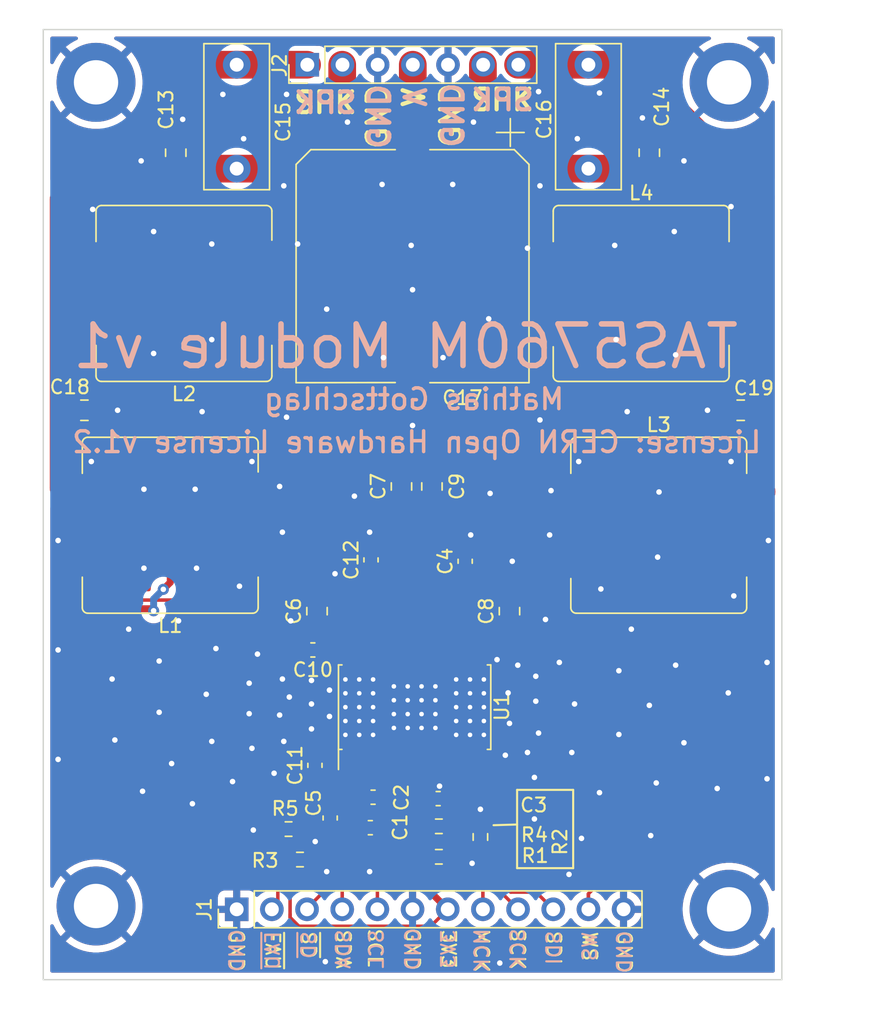
<source format=kicad_pcb>
(kicad_pcb (version 20210228) (generator pcbnew)

  (general
    (thickness 1.6)
  )

  (paper "A4")
  (title_block
    (title "TAS5760M Speaker Amplifier Modyule")
  )

  (layers
    (0 "F.Cu" signal)
    (31 "B.Cu" signal)
    (32 "B.Adhes" user "B.Adhesive")
    (33 "F.Adhes" user "F.Adhesive")
    (34 "B.Paste" user)
    (35 "F.Paste" user)
    (36 "B.SilkS" user "B.Silkscreen")
    (37 "F.SilkS" user "F.Silkscreen")
    (38 "B.Mask" user)
    (39 "F.Mask" user)
    (40 "Dwgs.User" user "User.Drawings")
    (41 "Cmts.User" user "User.Comments")
    (42 "Eco1.User" user "User.Eco1")
    (43 "Eco2.User" user "User.Eco2")
    (44 "Edge.Cuts" user)
    (45 "Margin" user)
    (46 "B.CrtYd" user "B.Courtyard")
    (47 "F.CrtYd" user "F.Courtyard")
    (48 "B.Fab" user)
    (49 "F.Fab" user)
    (50 "User.1" user)
    (51 "User.2" user)
    (52 "User.3" user)
    (53 "User.4" user)
    (54 "User.5" user)
    (55 "User.6" user)
    (56 "User.7" user)
    (57 "User.8" user)
    (58 "User.9" user)
  )

  (setup
    (stackup
      (layer "F.SilkS" (type "Top Silk Screen"))
      (layer "F.Paste" (type "Top Solder Paste"))
      (layer "F.Mask" (type "Top Solder Mask") (color "Green") (thickness 0.01))
      (layer "F.Cu" (type "copper") (thickness 0.035))
      (layer "dielectric 1" (type "core") (thickness 1.51) (material "FR4") (epsilon_r 4.5) (loss_tangent 0.02))
      (layer "B.Cu" (type "copper") (thickness 0.035))
      (layer "B.Mask" (type "Bottom Solder Mask") (color "Green") (thickness 0.01))
      (layer "B.Paste" (type "Bottom Solder Paste"))
      (layer "B.SilkS" (type "Bottom Silk Screen"))
      (copper_finish "None")
      (dielectric_constraints no)
    )
    (pad_to_mask_clearance 0)
    (pcbplotparams
      (layerselection 0x00010fc_ffffffff)
      (disableapertmacros false)
      (usegerberextensions false)
      (usegerberattributes true)
      (usegerberadvancedattributes true)
      (creategerberjobfile true)
      (svguseinch false)
      (svgprecision 6)
      (excludeedgelayer true)
      (plotframeref false)
      (viasonmask false)
      (mode 1)
      (useauxorigin false)
      (hpglpennumber 1)
      (hpglpenspeed 20)
      (hpglpendiameter 15.000000)
      (dxfpolygonmode true)
      (dxfimperialunits true)
      (dxfusepcbnewfont true)
      (psnegative false)
      (psa4output false)
      (plotreference true)
      (plotvalue true)
      (plotinvisibletext false)
      (sketchpadsonfab false)
      (subtractmaskfromsilk false)
      (outputformat 1)
      (mirror false)
      (drillshape 1)
      (scaleselection 1)
      (outputdirectory "")
    )
  )


  (net 0 "")
  (net 1 "Net-(C1-Pad1)")
  (net 2 "Net-(C1-Pad2)")
  (net 3 "Net-(C2-Pad1)")
  (net 4 "GND")
  (net 5 "+3V3")
  (net 6 "/PVDD")
  (net 7 "Net-(C10-Pad1)")
  (net 8 "Net-(C6-Pad1)")
  (net 9 "/SPK_A+")
  (net 10 "Net-(C7-Pad1)")
  (net 11 "/SPK_A-")
  (net 12 "Net-(C8-Pad1)")
  (net 13 "/SPK_B+")
  (net 14 "Net-(C9-Pad1)")
  (net 15 "/SPK_B-")
  (net 16 "Net-(C13-Pad1)")
  (net 17 "Net-(C14-Pad1)")
  (net 18 "Net-(C15-Pad1)")
  (net 19 "Net-(C16-Pad1)")
  (net 20 "/~SPK_FAULT")
  (net 21 "/~SPK_SD")
  (net 22 "/SDA")
  (net 23 "/SCL")
  (net 24 "/MCLK")
  (net 25 "/SCLK")
  (net 26 "/SDI")
  (net 27 "/WS")
  (net 28 "/ADR")
  (net 29 "Net-(R3-Pad1)")
  (net 30 "Net-(R4-Pad2)")

  (footprint "Capacitor_SMD:C_0603_1608Metric" (layer "F.Cu") (at 136.7 96.7 90))

  (footprint "Capacitor_SMD:C_0805_2012Metric" (layer "F.Cu") (at 116 85.9))

  (footprint "HackAmp-Footprints:L_Bourns_SRR1208" (layer "F.Cu") (at 122.2 94.2 180))

  (footprint "Resistor_SMD:R_0603_1608Metric" (layer "F.Cu") (at 141.6 115.93))

  (footprint "Resistor_SMD:R_0603_1608Metric" (layer "F.Cu") (at 141.6 118.13))

  (footprint "Capacitor_SMD:C_0603_1608Metric" (layer "F.Cu") (at 136.65 116.03))

  (footprint "MountingHole:MountingHole_3.2mm_M3_ISO7380_Pad" (layer "F.Cu") (at 116.84 121.68))

  (footprint "Resistor_SMD:R_0603_1608Metric" (layer "F.Cu") (at 130.745 116.13 180))

  (footprint "Capacitor_SMD:C_0603_1608Metric" (layer "F.Cu") (at 132.65 111.53 90))

  (footprint "Capacitor_SMD:C_0603_1608Metric" (layer "F.Cu") (at 132.5 103.2 180))

  (footprint "HackAmp-Footprints:L_Bourns_SRR1208" (layer "F.Cu") (at 156.21 77.47))

  (footprint "HackAmp-Footprints:L_Bourns_SRR1208" (layer "F.Cu") (at 157.48 94.2))

  (footprint "HackAmp-Footprints:CP_Elec_16x17.5_Nichicon" (layer "F.Cu") (at 139.7 75.5 -90))

  (footprint "Capacitor_SMD:C_0603_1608Metric" (layer "F.Cu") (at 143.5 96.8 90))

  (footprint "Resistor_SMD:R_0603_1608Metric" (layer "F.Cu") (at 131.57 118.33))

  (footprint "Resistor_SMD:R_0603_1608Metric" (layer "F.Cu") (at 144.6 116.7 -90))

  (footprint "Capacitor_SMD:C_0805_2012Metric" (layer "F.Cu") (at 141.1 91.4 90))

  (footprint "HackAmp-Footprints:L_Bourns_SRR1208" (layer "F.Cu") (at 123.19 77.47 180))

  (footprint "MountingHole:MountingHole_3.2mm_M3_ISO7380_Pad" (layer "F.Cu") (at 162.56 121.92))

  (footprint "Capacitor_THT:C_Rect_L10.3mm_W4.5mm_P7.50mm_MKS4" (layer "F.Cu") (at 127 60.96 -90))

  (footprint "Capacitor_SMD:C_0805_2012Metric" (layer "F.Cu") (at 132.8 100.4 90))

  (footprint "Capacitor_SMD:C_0805_2012Metric" (layer "F.Cu") (at 156.8 67.31 90))

  (footprint "MountingHole:MountingHole_3.2mm_M3_ISO7380_Pad" (layer "F.Cu") (at 116.84 62.23))

  (footprint "Capacitor_SMD:C_0603_1608Metric" (layer "F.Cu") (at 141.55 113.93 180))

  (footprint "Connector_PinHeader_2.54mm:PinHeader_1x12_P2.54mm_Vertical" (layer "F.Cu") (at 127 121.92 90))

  (footprint "Capacitor_SMD:C_0805_2012Metric" (layer "F.Cu") (at 146.7 100.4 90))

  (footprint "Capacitor_SMD:C_0603_1608Metric" (layer "F.Cu") (at 133.75 115.33 -90))

  (footprint "Capacitor_THT:C_Rect_L10.3mm_W4.5mm_P7.50mm_MKS4" (layer "F.Cu") (at 152.4 60.96 -90))

  (footprint "Capacitor_SMD:C_0805_2012Metric" (layer "F.Cu") (at 163.4 85.9 180))

  (footprint "Connector_PinHeader_2.54mm:PinHeader_1x07_P2.54mm_Vertical" (layer "F.Cu") (at 132.1 60.96 90))

  (footprint "Capacitor_SMD:C_0603_1608Metric" (layer "F.Cu") (at 136.85 113.83))

  (footprint "MountingHole:MountingHole_3.2mm_M3_ISO7380_Pad" (layer "F.Cu") (at 162.56 62.23))

  (footprint "HackAmp-Footprints:TexasInstruments_DAP32" (layer "F.Cu") (at 139.85 107.33 90))

  (footprint "Capacitor_SMD:C_0805_2012Metric" (layer "F.Cu") (at 138.9 91.4 90))

  (footprint "Capacitor_SMD:C_0805_2012Metric" (layer "F.Cu") (at 122.6 67.31 90))

  (gr_line (start 147.25 115.8) (end 145.55 115.85) (layer "F.SilkS") (width 0.15) (tstamp 08364419-396d-43ef-b2c3-4a73fde2199a))
  (gr_line (start 151.3 113.3) (end 147.25 113.3) (layer "F.SilkS") (width 0.15) (tstamp 70262297-fecd-4d68-9807-c9152ede24db))
  (gr_line (start 147.25 118.95) (end 151.3 118.95) (layer "F.SilkS") (width 0.15) (tstamp 71717714-8e25-4da9-8b61-9e6e6b64bd3c))
  (gr_line (start 147.25 113.3) (end 147.25 118.95) (layer "F.SilkS") (width 0.15) (tstamp aba04d3b-e35b-4fdb-90e3-8a6657b4320d))
  (gr_line (start 151.3 118.95) (end 151.3 113.3) (layer "F.SilkS") (width 0.15) (tstamp f805e304-02be-4039-aba6-a4fff32caf1f))
  (gr_line (start 166.37 58.42) (end 113.03 58.42) (layer "Edge.Cuts") (width 0.1) (tstamp 7064edc8-5a97-463f-a151-e85fee368ed2))
  (gr_line (start 166.37 127) (end 166.37 58.42) (layer "Edge.Cuts") (width 0.1) (tstamp 82be46f6-125e-4364-aabc-b7cd46808a7d))
  (gr_line (start 113.03 58.42) (end 113.03 127) (layer "Edge.Cuts") (width 0.1) (tstamp c3960765-73e9-4dc9-ae5a-10b547c87c01))
  (gr_line (start 113.03 127) (end 166.37 127) (layer "Edge.Cuts") (width 0.1) (tstamp c95d2855-23ee-44e2-8670-16ec16d4823a))
  (gr_text "SCL" (at 137.1 124.8 90) (layer "B.SilkS") (tstamp 169157ac-6482-4991-a033-4b9ae744fb66)
    (effects (font (size 1 1) (thickness 0.15)) (justify mirror))
  )
  (gr_text "GND" (at 142.5 64.6 -90) (layer "B.SilkS") (tstamp 16b70730-bc1b-4ba3-ab0d-b4a0868461c1)
    (effects (font (size 1.5 1.5) (thickness 0.3)) (justify mirror))
  )
  (gr_text "GND" (at 127 124.9 90) (layer "B.SilkS") (tstamp 281c893a-b5d7-4b67-b399-f991e913900e)
    (effects (font (size 1 1) (thickness 0.15)) (justify mirror))
  )
  (gr_text "MCK" (at 144.7 124.9 90) (layer "B.SilkS") (tstamp 35bfd4b2-671c-4244-a174-bc965d125157)
    (effects (font (size 1 1) (thickness 0.15)) (justify mirror))
  )
  (gr_text "SPK" (at 133.4 63.7) (layer "B.SilkS") (tstamp 3dd0d43f-3541-4893-a470-eaed167f22f2)
    (effects (font (size 1.5 1.5) (thickness 0.3)) (justify mirror))
  )
  (gr_text "WS" (at 152.5 124.6 90) (layer "B.SilkS") (tstamp 3ef19ab0-121e-4b44-81ed-7f3a9fe54e20)
    (effects (font (size 1 1) (thickness 0.15)) (justify mirror))
  )
  (gr_text "Mathias Gottschlag" (at 139.8 85.1) (layer "B.SilkS") (tstamp 6b1bfc03-62b7-4b65-bcfb-f39c33b06082)
    (effects (font (size 1.5 1.5) (thickness 0.25)) (justify mirror))
  )
  (gr_text "GND" (at 155 125 90) (layer "B.SilkS") (tstamp 756d9011-0fee-4490-bd6b-e37ff94d8e93)
    (effects (font (size 1 1) (thickness 0.15)) (justify mirror))
  )
  (gr_text "SCK" (at 147.3 124.8 90) (layer "B.SilkS") (tstamp 99de270b-6e58-4255-a1b2-3ca3f3e62c51)
    (effects (font (size 1 1) (thickness 0.15)) (justify mirror))
  )
  (gr_text "SDA" (at 134.7 124.8 90) (layer "B.SilkS") (tstamp 9cc6d6bb-9934-4abe-b012-069f2dabc2fd)
    (effects (font (size 1 1) (thickness 0.15)) (justify mirror))
  )
  (gr_text "TAS5760M Module v1" (at 139.2 81.3) (layer "B.SilkS") (tstamp afd1af13-c9aa-4133-b421-9cd10496a5f0)
    (effects (font (size 3 3) (thickness 0.4)) (justify mirror))
  )
  (gr_text "GND" (at 137.2 64.7 -90) (layer "B.SilkS") (tstamp b6e744be-a602-4a22-98ef-1d663b333440)
    (effects (font (size 1.5 1.5) (thickness 0.3)) (justify mirror))
  )
  (gr_text "SDI" (at 149.9 124.7 90) (layer "B.SilkS") (tstamp ca48deab-7189-4bab-9365-ac3b4bbb28f2)
    (effects (font (size 1 1) (thickness 0.15)) (justify mirror))
  )
  (gr_text "~SD" (at 132.2 124.5 90) (layer "B.SilkS") (tstamp caab5a7d-75ca-4783-92c1-a672fad583af)
    (effects (font (size 1 1) (thickness 0.15)) (justify mirror))
  )
  (gr_text "~FAU" (at 129.6 124.9 90) (layer "B.SilkS") (tstamp cd3a31c8-d7b9-4cad-bdaa-48ff429d0610)
    (effects (font (size 1 1) (thickness 0.15)) (justify mirror))
  )
  (gr_text "GND" (at 139.7 124.8 90) (layer "B.SilkS") (tstamp d7f6a216-7c25-4a1d-821f-b2b60da5c831)
    (effects (font (size 1 1) (thickness 0.15)) (justify mirror))
  )
  (gr_text "License: CERN Open Hardware License v1.2" (at 140 88.2) (layer "B.SilkS") (tstamp e68657ba-c1fa-4827-9503-39fd65d5b0e2)
    (effects (font (size 1.5 1.5) (thickness 0.25)) (justify mirror))
  )
  (gr_text "SPK" (at 146.2 63.5) (layer "B.SilkS") (tstamp ec5173c6-65f0-41e6-afbb-acb6b3f5b439)
    (effects (font (size 1.5 1.5) (thickness 0.3)) (justify mirror))
  )
  (gr_text "3V3" (at 142.3 124.8 90) (layer "B.SilkS") (tstamp f3ec57d8-87a8-4898-a675-0e81f1e5ab77)
    (effects (font (size 1 1) (thickness 0.15)) (justify mirror))
  )
  (gr_text "V" (at 139.8 63.3 -90) (layer "B.SilkS") (tstamp f9ce2326-b179-449b-a1fe-629feb99d54f)
    (effects (font (size 1.5 1.5) (thickness 0.3)) (justify mirror))
  )
  (gr_text "SDI" (at 149.9 124.7 -90) (layer "F.SilkS") (tstamp 007b0a51-9ad8-41cf-9a3b-34a79c00d97d)
    (effects (font (size 1 1) (thickness 0.15)))
  )
  (gr_text "3V3" (at 142.3 124.8 -90) (layer "F.SilkS") (tstamp 009d75d4-eaf7-4086-a9ae-905841778887)
    (effects (font (size 1 1) (thickness 0.15)))
  )
  (gr_text "MCK" (at 144.7 124.9 -90) (layer "F.SilkS") (tstamp 0989e9c0-d5e6-40c3-a4c6-c325dd38e3d1)
    (effects (font (size 1 1) (thickness 0.15)))
  )
  (gr_text "SPK" (at 146.2 63.5) (layer "F.SilkS") (tstamp 0e86bfb8-cebe-4cf3-9c16-0893360d709f)
    (effects (font (size 1.5 1.5) (thickness 0.3)))
  )
  (gr_text "SCK" (at 147.3 124.8 -90) (layer "F.SilkS") (tstamp 2905011a-606c-4241-86c6-50e6842ed98a)
    (effects (font (size 1 1) (thickness 0.15)))
  )
  (gr_text "~SD" (at 132.2 124.5 -90) (layer "F.SilkS") (tstamp 29057d2b-0f20-409d-bd6b-2bb4190551d0)
    (effects (font (size 1 1) (thickness 0.15)))
  )
  (gr_text "GND" (at 137.2 64.7 90) (layer "F.SilkS") (tstamp 5be1b5a0-fe14-405f-aa3f-d017c06c81a2)
    (effects (font (size 1.5 1.5) (thickness 0.3)))
  )
  (gr_text "GND" (at 139.7 124.8 -90) (layer "F.SilkS") (tstamp 69bc4a04-68a5-479d-bd9a-d1bf37e7b971)
    (effects (font (size 1 1) (thickness 0.15)))
  )
  (gr_text "WS" (at 152.5 124.6 -90) (layer "F.SilkS") (tstamp 76bfa915-fcf3-4d7f-b2fe-f6790b662f4c)
    (effects (font (size 1 1) (thickness 0.15)))
  )
  (gr_text "SPK" (at 133.4 63.7) (layer "F.SilkS") (tstamp 79457152-9f8c-45f9-99f9-230ebd61f4fd)
    (effects (font (size 1.5 1.5) (thickness 0.3)))
  )
  (gr_text "GND" (at 155 125 -90) (layer "F.SilkS") (tstamp 7c8868ca-08e3-4281-8403-c7f64453c8bf)
    (effects (font (size 1 1) (thickness 0.15)))
  )
  (gr_text "GND" (at 142.5 64.6 90) (layer "F.SilkS") (tstamp 8e360b67-01d1-4f8a-97fd-bc387b0a8b76)
    (effects (font (size 1.5 1.5) (thickness 0.3)))
  )
  (gr_text "GND" (at 127 124.9 -90) (layer "F.SilkS") (tstamp 918b6acd-1979-4d0c-be81-b967c2cbe707)
    (effects (font (size 1 1) (thickness 0.15)))
  )
  (gr_text "SDA" (at 134.7 124.8 -90) (layer "F.SilkS") (tstamp adeb3219-fb0c-47e3-b1db-c92566102c8d)
    (effects (font (size 1 1) (thickness 0.15)))
  )
  (gr_text "SCL" (at 137 124.7 -90) (layer "F.SilkS") (tstamp c22ff0a8-254d-4e6d-b527-fc61e005bebb)
    (effects (font (size 1 1) (thickness 0.15)))
  )
  (gr_text "V" (at 139.8 63.3 90) (layer "F.SilkS") (tstamp da8ac9ed-885f-410c-8f2a-33ef784e7a82)
    (effects (font (size 1.5 1.5) (thickness 0.3)))
  )
  (gr_text "~FAU" (at 129.6 124.9 -90) (layer "F.SilkS") (tstamp e9ebe192-8240-45c2-a41c-8768a5b65d17)
    (effects (font (size 1 1) (thickness 0.15)))
  )
  (dimension (type aligned) (layer "Dwgs.User") (tstamp 0d002fee-dd8e-4968-9587-0940d44e85c8)
    (pts (xy 166.37 58.42) (xy 166.37 127))
    (height -3.81)
    (gr_text "68,5800 mm" (at 169.03 92.71 90) (layer "Dwgs.User") (tstamp 0d002fee-dd8e-4968-9587-0940d44e85c8)
      (effects (font (size 1 1) (thickness 0.15)))
    )
    (format (units 3) (units_format 1) (precision 4))
    (style (thickness 0.15) (arrow_length 1.27) (text_position_mode 0) (extension_height 0.58642) (extension_offset 0.5) keep_text_aligned)
  )
  (dimension (type aligned) (layer "Dwgs.User") (tstamp e357749f-de83-45fb-8d9f-69d6a469ed58)
    (pts (xy 166.37 127) (xy 113.03 127))
    (height -2.54)
    (gr_text "53,3400 mm" (at 139.7 128.39) (layer "Dwgs.User") (tstamp e357749f-de83-45fb-8d9f-69d6a469ed58)
      (effects (font (size 1 1) (thickness 0.15)))
    )
    (format (units 3) (units_format 1) (precision 4))
    (style (thickness 0.15) (arrow_length 1.27) (text_position_mode 0) (extension_height 0.58642) (extension_offset 0.5) keep_text_aligned)
  )

  (segment (start 136.275 111.03) (end 136.275 112.247856) (width 0.25) (layer "F.Cu") (net 1) (tstamp 3f7c6530-8c77-456a-baa4-5740966f8690))
  (segment (start 135.75048 115.80548) (end 135.875 115.93) (width 0.25) (layer "F.Cu") (net 1) (tstamp 6763381d-d166-47fc-a623-d49056286b62))
  (segment (start 135.25 113.272855) (end 135.25 115.405) (width 0.25) (layer "F.Cu") (net 1) (tstamp abf95c3a-257e-4369-b073-202ed7fdc1e6))
  (segment (start 136.275 112.247856) (end 135.25 113.272855) (width 0.25) (layer "F.Cu") (net 1) (tstamp bdbd60a1-b13f-4bd1-8551-80edee2feb44))
  (segment (start 135.25 115.405) (end 135.875 116.03) (width 0.25) (layer "F.Cu") (net 1) (tstamp daa02b89-295b-4374-b744-626a31554493))
  (segment (start 137.575 111.03) (end 137.575 113.78) (width 0.25) (layer "F.Cu") (net 2) (tstamp 28a1edf9-35e2-4e56-980f-f152f816f2fc))
  (segment (start 137.625 113.83) (end 137.625 115.83) (width 0.25) (layer "F.Cu") (net 2) (tstamp 74693a85-8e45-4b94-a419-24978f4a0fd5))
  (segment (start 137.575 113.78) (end 137.625 113.83) (width 0.25) (layer "F.Cu") (net 2) (tstamp 8606e5c2-5341-4c88-8b3e-fdd5513b573b))
  (segment (start 137.625 115.83) (end 137.425 116.03) (width 0.25) (layer "F.Cu") (net 2) (tstamp 8a5528e9-0282-461e-b5b9-9d89b9d49d1e))
  (segment (start 136.925 111.03) (end 136.925 112.315) (width 0.25) (layer "F.Cu") (net 3) (tstamp 1cf6e9e1-be87-4eac-9c4b-62df40fda423))
  (segment (start 136.925 112.315) (end 136.075 113.165) (width 0.25) (layer "F.Cu") (net 3) (tstamp 3da93788-3eaf-4ae9-8db3-9186b61cdd32))
  (segment (start 136.075 113.165) (end 136.075 113.83) (width 0.25) (layer "F.Cu") (net 3) (tstamp a2188a88-bb61-4775-ae87-fec08ac6e1eb))
  (segment (start 138.225 105.705) (end 138.35 105.83) (width 0.25) (layer "F.Cu") (net 4) (tstamp 2e0e33ea-46e4-49ff-8c2e-6eadbe4c4ce8))
  (segment (start 136.7 94.8) (end 136.6 94.7) (width 0.5) (layer "F.Cu") (net 4) (tstamp 3eb73691-fda6-4f91-87a1-762e571b8555))
  (segment (start 144 118.6) (end 144 118.125) (width 0.25) (layer "F.Cu") (net 4) (tstamp 6c20835d-75c3-46c3-968e-2925de403cbd))
  (segment (start 142.325 113.705) (end 141.65 113.03) (width 0.25) (layer "F.Cu") (net 4) (tstamp 707a2c6b-59a0-4abf-abc7-4aa2f0813335))
  (segment (start 142.325 113.93) (end 142.325 113.705) (width 0.25) (layer "F.Cu") (net 4) (tstamp 7960092b-0119-4370-92d5-311d9724d026))
  (segment (start 133.75 116.105) (end 133.595 116.105) (width 0.25) (layer "F.Cu") (net 4) (tstamp 832c101c-5a5b-4668-9f04-2457ddd075da))
  (segment (start 144 118.125) (end 144.6 117.525) (width 0.25) (layer "F.Cu") (net 4) (tstamp 9085d681-86ac-4373-ac7d-c04fe8e5d32d))
  (segment (start 144.075 105.105) (end 143.85 105.33) (width 0.25) (layer "F.Cu") (net 4) (tstamp a3dc6056-0f5a-455f-9093-f73179ae44c5))
  (segment (start 143.5 95.3) (end 143.9 94.9) (width 0.5) (layer "F.Cu") (net 4) (tstamp a7d83e19-d593-4e65-9db4-a4eab4c5e981))
  (segment (start 136.725 95.925) (end 136.5 95.925) (width 0.25) (layer "F.Cu") (net 4) (tstamp aa94e390-d68d-4f8c-92e5-fa84e53cd4e7))
  (segment (start 144.075 103.63) (end 144.075 105.105) (width 0.25) (layer "F.Cu") (net 4) (tstamp b6b9b63b-ac48-43dd-acbc-c007354ab9b3))
  (segment (start 133.595 116.105) (end 132.67 117.03) (width 0.25) (layer "F.Cu") (net 4) (tstamp c2fb9efa-e998-46b4-bca3-a059373b61fd))
  (segment (start 141.475 103.63) (end 141.475 105.705) (width 0.25) (layer "F.Cu") (net 4) (tstamp ca2dafb1-1fbb-4204-8e0b-ea87a40b9a9b))
  (segment (start 136.7 95.925) (end 136.7 94.8) (width 0.5) (layer "F.Cu") (net 4) (tstamp cc1fc5b7-8a17-4652-851b-a4d9bfe3f9ab))
  (segment (start 143.5 96.025) (end 143.5 95.3) (width 0.5) (layer "F.Cu") (net 4) (tstamp d8c7ba21-25f2-4969-a2e6-1af712fbdd7b))
  (segment (start 138.225 103.63) (end 138.225 105.705) (width 0.25) (layer "F.Cu") (net 4) (tstamp de376fea-49d6-4ab6-bb24-ff4a59afcfe9))
  (segment (start 135.625 105.105) (end 135.85 105.33) (width 0.25) (layer "F.Cu") (net 4) (tstamp e4cfef8d-5de9-4fe3-bd79-fcab99ca85ef))
  (segment (start 135.625 103.63) (end 135.625 105.105) (width 0.25) (layer "F.Cu") (net 4) (tstamp e7fd353b-5e0f-47cd-a3b9-64e06f7dfc67))
  (segment (start 141.475 105.705) (end 141.35 105.83) (width 0.25) (layer "F.Cu") (net 4) (tstamp f9e389ad-776f-4d14-854a-07e1c2d146f4))
  (via (at 120.2 113.4) (size 0.8) (drill 0.4) (layers "F.Cu" "B.Cu") (free) (net 4) (tstamp 061c612f-c7b8-4bcb-8fc7-c662623fb569))
  (via (at 137.5 69.6) (size 0.8) (drill 0.4) (layers "F.Cu" "B.Cu") (free) (net 4) (tstamp 065fd3e5-9b8e-42a7-a2cd-9e1a5411d0d1))
  (via (at 161 85.9) (size 0.8) (drill 0.4) (layers "F.Cu" "B.Cu") (free) (net 4) (tstamp 073e0f73-472f-4ca5-86b9-db22bd9423af))
  (via (at 127.9 107.8) (size 0.8) (drill 0.4) (layers "F.Cu" "B.Cu") (free) (net 4) (tstamp 0db0e43d-7f88-4d90-a604-08cb6c149e25))
  (via (at 128.2 116.2) (size 0.8) (drill 0.4) (layers "F.Cu" "B.Cu") (free) (net 4) (tstamp 10464083-bf2b-4827-822f-6119de9e9bcd))
  (via (at 136.6 94.7) (size 0.8) (drill 0.4) (layers "F.Cu" "B.Cu") (free) (net 4) (tstamp 12962ae7-0a49-46de-9c0e-09aeac838f68))
  (via (at 132.4 108.9) (size 0.8) (drill 0.4) (layers "F.Cu" "B.Cu") (free) (net 4) (tstamp 1548c393-7172-44b5-bcd9-c93ec6e9dde4))
  (via (at 114.1 103.2) (size 0.8) (drill 0.4) (layers "F.Cu" "B.Cu") (free) (net 4) (tstamp 16206d78-0e03-4742-9a8d-ee8488e6a942))
  (via (at 129.7 112.1) (size 0.8) (drill 0.4) (layers "F.Cu" "B.Cu") (free) (net 4) (tstamp 1b2bfea1-18d4-4f41-93c1-ad59ab7de92d))
  (via (at 120.1 67.9) (size 0.8) (drill 0.4) (layers "F.Cu" "B.Cu") (free) (net 4) (tstamp 2128368f-0803-4257-90a4-f36063b799a7))
  (via (at 148.5 112.4) (size 0.8) (drill 0.4) (layers "F.Cu" "B.Cu") (free) (net 4) (tstamp 228a04fd-3eb3-4698-8703-22344b062670))
  (via (at 116.6 71.4) (size 0.8) (drill 0.4) (layers "F.Cu" "B.Cu") (free) (net 4) (tstamp 254c499b-6814-4912-b92b-523180fa3004))
  (via (at 121 81.8) (size 0.8) (drill 0.4) (layers "F.Cu" "B.Cu") (free) (net 4) (tstamp 26a00eec-33c4-40c5-abd3-3007b6ce58fa))
  (via (at 151.7 89.6) (size 0.8) (drill 0.4) (layers "F.Cu" "B.Cu") (free) (net 4) (tstamp 2777c26b-2b93-4c98-8ecc-051698da5f3b))
  (via (at 118.4 85.9) (size 0.8) (drill 0.4) (layers "F.Cu" "B.Cu") (free) (net 4) (tstamp 2839a7c5-786d-4d23-a2f8-fea65140f884))
  (via (at 156.3 64.8) (size 0.8) (drill 0.4) (layers "F.Cu" "B.Cu") (free) (net 4) (tstamp 2936600a-2bf7-4b9a-887c-38cc76a3b3e0))
  (via (at 154.4 80.8) (size 0.8) (drill 0.4) (layers "F.Cu" "B.Cu") (free) (net 4) (tstamp 2cfd440e-0fac-40f3-9178-695d68bc2416))
  (via (at 155.2 86) (size 0.8) (drill 0.4) (layers "F.Cu" "B.Cu") (free) (net 4) (tstamp 2e4ad2c8-4036-4859-8d49-387c691d20e7))
  (via (at 114.1 95.3) (size 0.8) (drill 0.4) (layers "F.Cu" "B.Cu") (free) (net 4) (tstamp 2f8454f5-804f-491f-a36f-d63b9e057024))
  (via (at 122.8 101.1) (size 0.8) (drill 0.4) (layers "F.Cu" "B.Cu") (free) (net 4) (tstamp 34c5cc85-a03f-47c8-ad9b-9b1371dea199))
  (via (at 120.3 91.6) (size 0.8) (drill 0.4) (layers "F.Cu" "B.Cu") (free) (net 4) (tstamp 3619dba0-e0c5-4e62-bed8-9f3473e2800d))
  (via (at 146.4 110.8) (size 0.8) (drill 0.4) (layers "F.Cu" "B.Cu") (free) (net 4) (tstamp 37beb265-5d19-420b-9ce2-a20f787c44a9))
  (via (at 124 91.6) (size 0.8) (drill 0.4) (layers "F.Cu" "B.Cu") (free) (net 4) (tstamp 37fbaa68-6946-47aa-b3d0-7a3dca35da38))
  (via (at 127.2 98.6) (size 0.8) (drill 0.4) (layers "F.Cu" "B.Cu") (free) (net 4) (tstamp 3a7ec20b-0302-429b-80ec-cf982a260575))
  (via (at 133.5 78.6) (size 0.8) (drill 0.4) (layers "F.Cu" "B.Cu") (free) (net 4) (tstamp 3e816f66-a169-4b17-85d2-3e04029eee27))
  (via (at 135 65.1) (size 0.8) (drill 0.4) (layers "F.Cu" "B.Cu") (free) (net 4) (tstamp 43ecbd90-6f90-471e-9960-ab082ef8c4fb))
  (via (at 162.5 106.3) (size 0.8) (drill 0.4) (layers "F.Cu" "B.Cu") (free) (net 4) (tstamp 443bfd0e-a909-4ba3-819a-c5f5e3e084dc))
  (via (at 148.5 115.4) (size 0.8) (drill 0.4) (layers "F.Cu" "B.Cu") (free) (net 4) (tstamp 461bbcf8-c000-4432-a4d1-d98f62c45fa5))
  (via (at 120.3 97.3) (size 0.8) (drill 0.4) (layers "F.Cu" "B.Cu") (free) (net 4) (tstamp 476a6fb7-bb87-4971-9780-2e813a94906f))
  (via (at 130.3 105.3) (size 0.8) (drill 0.4) (layers "F.Cu" "B.Cu") (free) (net 4) (tstamp 4905c7a8-031c-4f34-8235-9440f58e6e46))
  (via (at 125.2 80.8) (size 0.8) (drill 0.4) (layers "F.Cu" "B.Cu") (free) (net 4) (tstamp 4a984d15-586f-4d76-b5c5-e654993de6a7))
  (via (at 130.9 101.1) (size 0.8) (drill 0.4) (layers "F.Cu" "B.Cu") (free) (net 4) (tstamp 4cfb2e4b-1ff7-4f63-9498-8f4c1018a458))
  (via (at 156.8 107.2) (size 0.8) (drill 0.4) (layers "F.Cu" "B.Cu") (free) (net 4) (tstamp 4e0da5dd-009f-493c-81d9-ecdea17891ba))
  (via (at 124.1 97.3) (size 0.8) (drill 0.4) (layers "F.Cu" "B.Cu") (free) (net 4) (tstamp 4f2acf4e-ffac-4d70-a70f-4f260f057396))
  (via (at 154.3 74) (size 0.8) (drill 0.4) (layers "F.Cu" "B.Cu") (free) (net 4) (tstamp 5326c091-da7f-4bcd-aca0-07495c3edfc1))
  (via (at 116.5 89.6) (size 0.8) (drill 0.4) (layers "F.Cu" "B.Cu") (free) (net 4) (tstamp 54229b49-4af7-4793-9238-ced10cf337b8))
  (via (at 154.6 104.7) (size 0.8) (drill 0.4) (layers "F.Cu" "B.Cu") (free) (net 4) (tstamp 55affccc-73d0-472f-827b-f3b4851b68f8))
  (via (at 148.9 69.7) (size 0.8) (drill 0.4) (layers "F.Cu" "B.Cu") (free) (net 4) (tstamp 579b7004-3e52-44a0-9604-4f9370d1fb8d))
  (via (at 130.1 107.9) (size 0.8) (drill 0.4) (layers "F.Cu" "B.Cu") (free) (net 4) (tstamp 5d2a535e-8d26-426b-9949-af2569758d79))
  (via (at 158.7 81.9) (size 0.8) (drill 0.4) (layers "F.Cu" "B.Cu") (free) (net 4) (tstamp 5ebb57ae-be7c-4c03-a061-a914c8e74f30))
  (via (at 119.2 101.7) (size 0.8) (drill 0.4) (layers "F.Cu" "B.Cu") (free) (net 4) (tstamp 61406446-4106-47ad-b944-20ae869f0790))
  (via (at 132.67 117.03) (size 0.8) (drill 0.4) (layers "F.Cu" "B.Cu") (net 4) (tstamp 6221fdcf-0e00-408d-97fd-afc47cd47a57))
  (via (at 149.3 101) (size 0.8) (drill 0.4) (layers "F.Cu" "B.Cu") (free) (net 4) (tstamp 6306da09-0229-47ba-90a6-16399c4cf21c))
  (via (at 151.2 110.6) (size 0.8) (drill 0.4) (layers "F.Cu" "B.Cu") (free) (net 4) (tstamp 650cb862-3f0b-45d0-a9a2-b79293a9e791))
  (via (at 128.1 89.6) (size 0.8) (drill 0.4) (layers "F.Cu" "B.Cu") (free) (net 4) (tstamp 6540143e-32b7-4364-aa8b-b57c6cb00ee6))
  (via (at 158.6 73) (size 0.8) (drill 0.4) (layers "F.Cu" "B.Cu") (free) (net 4) (tstamp 6544ccae-b45a-43d8-8401-908864d210c3))
  (via (at 148.8 109.2) (size 0.8) (drill 0.4) (layers "F.Cu" "B.Cu") (free) (net 4) (tstamp 67914436-de70-4709-999b-935dc2055538))
  (via (at 128.5 103.5) (size 0.8) (drill 0.4) (layers "F.Cu" "B.Cu") (free) (net 4) (tstamp 69e62a66-6f5c-427c-bac2-b490ac2ae519))
  (via (at 148.9 86.6) (size 0.8) (drill 0.4) (layers "F.Cu" "B.Cu") (free) (net 4) (tstamp 6a6c2c0f-4dfe-40b1-a963-9907764a0fa7))
  (via (at 139.7 87) (size 0.8) (drill 0.4) (layers "F.Cu" "B.Cu") (free) (net 4) (tstamp 6b7c8bed-240b-44c2-95a6-14a034e87b0a))
  (via (at 146.6 106.3) (size 0.8) (drill 0.4) (layers "F.Cu" "B.Cu") (free) (net 4) (tstamp 70e3586f-0a16-457d-9255-e34e9012497c))
  (via (at 123.8 114.3) (size 0.8) (drill 0.4) (layers "F.Cu" "B.Cu") (free) (net 4) (tstamp 71583c97-be34-4984-bb5f-2f728c9edd6a))
  (via (at 153.3 98.8) (size 0.8) (drill 0.4) (layers "F.Cu" "B.Cu") (free) (net 4) (tstamp 71bd2464-fc3b-4da4-8394-af6546567d43))
  (via (at 130.4 109.8) (size 0.8) (drill 0.4) (layers "F.Cu" "B.Cu") (free) (net 4) (tstamp 73984f2e-5978-4e77-a673-0331d2ff1d6e))
  (via (at 133.7 108) (size 0.8) (drill 0.4) (layers "F.Cu" "B.Cu") (free) (net 4) (tstamp 74a673b5-c9a0-415a-812f-103e7754dbc4))
  (via (at 139.7 77.2) (size 0.8) (drill 0.4) (layers "F.Cu" "B.Cu") (free) (net 4) (tstamp 78638c84-dfb9-4520-a560-42500305192c))
  (via (at 132.4 107.1) (size 0.8) (drill 0.4) (layers "F.Cu" "B.Cu") (free) (net 4) (tstamp 7a0379fe-7c84-407e-8dbc-e52b744513e0))
  (via (at 127.5 66.3) (size 0.8) (drill 0.4) (layers "F.Cu" "B.Cu") (free) (net 4) (tstamp 7a2d86c3-28d8-4453-b08f-5c7ccfdbf15d))
  (via (at 139.6 74) (size 0.8) (drill 0.4) (layers "F.Cu" "B.Cu") (free) (net 4) (tstamp 7a353172-05df-491e-8966-3d4b92f1cec9))
  (via (at 126 63.1) (size 0.8) (drill 0.4) (layers "F.Cu" "B.Cu") (free) (net 4) (tstamp 7c843256-aabc-4474-82e6-f40fbe998d93))
  (via (at 153.2 63) (size 0.8) (drill 0.4) (layers "F.Cu" "B.Cu") (free) (net 4) (tstamp 7e227209-eb91-4d4e-b0e2-9cb84ce371cd))
  (via (at 128.1 110.3) (size 0.8) (drill 0.4) (layers "F.Cu" "B.Cu") (free) (net 4) (tstamp 80280cfa-b866-4cd6-9523-017a1b45e913))
  (via (at 144.6 114.7) (size 0.8) (drill 0.4) (layers "F.Cu" "B.Cu") (free) (net 4) (tstamp 822f6275-590e-4377-9892-e7789f2a1599))
  (via (at 125.2 73.9) (size 0.8) (drill 0.4) (layers "F.Cu" "B.Cu") (free) (net 4) (tstamp 82a234ea-2500-4e1f-b7dc-f2ea59df862c))
  (via (at 162.7 89.6) (size 0.8) (drill 0.4) (layers "F.Cu" "B.Cu") (free) (net 4) (tstamp 83420ddc-b70d-451a-8571-f2a150150d79))
  (via (at 146.7 108.5) (size 0.8) (drill 0.4) (layers "F.Cu" "B.Cu") (free) (net 4) (tstamp 872afada-45dd-419f-acde-20752865c7c5))
  (via (at 125.5 103.1) (size 0.8) (drill 0.4) (layers "F.Cu" "B.Cu") (free) (net 4) (tstamp 88f68fe0-c8fe-4899-a319-c932a37d3206))
  (via (at 146.9 96.8) (size 0.8) (drill 0.4) (layers "F.Cu" "B.Cu") (free) (net 4) (tstamp 8b7464e3-92ff-4195-a05a-63f0077038a5))
  (via (at 158.7 104.3) (size 0.8) (drill 0.4) (layers "F.Cu" "B.Cu") (free) (net 4) (tstamp 9333808f-14c8-475b-92b7-1ddb73e1e25b))
  (via (at 151.4 107.1) (size 0.8) (drill 0.4) (layers "F.Cu" "B.Cu") (free) (net 4) (tstamp 9354175d-1d23-4a83-a41f-0b722adaab6e))
  (via (at 151 119.4) (size 0.8) (drill 0.4) (layers "F.Cu" "B.Cu") (free) (net 4) (tstamp 936df0df-e5e2-4af4-b0f3-c33860c36dd7))
  (via (at 125.2 109.8) (size 0.8) (drill 0.4) (layers "F.Cu" "B.Cu") (free) (net 4) (tstamp 94ee5a23-bc2f-41c5-9890-f3c37c19ca90))
  (via (at 148.8 62.9) (size 0.8) (drill 0.4) (layers "F.Cu" "B.Cu") (free) (net 4) (tstamp 95afff5d-732a-495a-ae04-b9540ef63e06))
  (via (at 155.5 101.7) (size 0.8) (drill 0.4) (layers "F.Cu" "B.Cu") (free) (net 4) (tstamp 970c1a89-ffd2-417c-9b78-d06628b91af1))
  (via (at 114.1 111.1) (size 0.8) (drill 0.4) (layers "F.Cu" "B.Cu") (free) (net 4) (tstamp 973488d8-363e-4c65-a727-0a6061ad9868))
  (via (at 159.3 109.9) (size 0.8) (drill 0.4) (layers "F.Cu" "B.Cu") (free) (net 4) (tstamp 99deb2d9-b0a5-44a1-8464-d413670e0587))
  (via (at 156.9 116.6) (size 0.8) (drill 0.4) (layers "F.Cu" "B.Cu") (free) (net 4) (tstamp 9a616290-3e2c-4107-b6ce-3102b90c1674))
  (via (at 136.6 119.2) (size 0.8) (drill 0.4) (layers "F.Cu" "B.Cu") (free) (net 4) (tstamp a01f7833-6cb6-45ac-9bb0-4af38d9447b8))
  (via (at 157.4 96.5) (size 0.8) (drill 0.4) (layers "F.Cu" "B.Cu") (free) (net 4) (tstamp a313f227-b145-44b9-ad30-e71a376c0315))
  (via (at 161.7 113.2) (size 0.8) (drill 0.4) (layers "F.Cu" "B.Cu") (free) (net 4) (tstamp a4d2b4ea-867c-4afa-9f73-957b05e49eb3))
  (via (at 148.6 105.1) (size 0.8) (drill 0.4) (layers "F.Cu" "B.Cu") (free) (net 4) (tstamp a7b37f9f-163e-44a6-9769-4701a52783ed))
  (via (at 124.8 106.4) (size 0.8) (drill 0.4) (layers "F.Cu" "B.Cu") (free) (net 4) (tstamp a9490b1b-8ee1-4907-ac83-ba6baf785c1c))
  (via (at 121 73) (size 0.8) (drill 0.4) (layers "F.Cu" "B.Cu") (free) (net 4) (tstamp aa46ec66-8629-4ecb-aca5-200f27c32c7c))
  (via (at 148 74.2) (size 0.8) (drill 0.4) (layers "F.Cu" "B.Cu") (free) (net 4) (tstamp aa4d2a67-010c-4b4f-a783-4062e380375b))
  (via (at 165.3 112.5) (size 0.8) (drill 0.4) (layers "F.Cu" "B.Cu") (free) (net 4) (tstamp ab0a4646-0e72-4ca0-aa0a-7879eb4c8b9f))
  (via (at 118 105.3) (size 0.8) (drill 0.4) (layers "F.Cu" "B.Cu") (free) (net 4) (tstamp ac87107c-0303-429e-a0d3-442f1e2320ff))
  (via (at 153.2 113.5) (size 0.8) (drill 0.4) (layers "F.Cu" "B.Cu") (free) (net 4) (tstamp ae9cd7df-b524-4276-9200-c241d5a8f657))
  (via (at 133.5 119.2) (size 0.8) (drill 0.4) (layers "F.Cu" "B.Cu") (free) (net 4) (tstamp b518e97e-328a-4d69-8a4c-4d6669356960))
  (via (at 126.7 112.7) (size 0.8) (drill 0.4) (layers "F.Cu" "B.Cu") (free) (net 4) (tstamp b79c5e33-48e3-4865-b3e6-d22ab6af3165))
  (via (at 145.3 91.9) (size 0.8) (drill 0.4) (layers "F.Cu" "B.Cu") (free) (net 4) (tstamp bb5c7766-5fe5-452b-9cdf-23ffd2d5fd1f))
  (via (at 145.2 79.3) (size 0.8) (drill 0.4) (layers "F.Cu" "B.Cu") (free) (net 4) (tstamp bbf9e5ca-ba21-4742-9a8c-a361b69aca0f))
  (via (at 130.8 106.6) (size 0.8) (drill 0.4) (layers "F.Cu" "B.Cu") (free) (net 4) (tstamp bda3eda3-06ae-44b2-b91a-d6f49a1f4078))
  (via (at 141.65 113.03) (size 0.8) (drill 0.4) (layers "F.Cu" "B.Cu") (net 4) (tstamp bda79f76-85d9-446c-a7a3-980e3d4dab64))
  (via (at 157.5 91.8) (size 0.8) (drill 0.4) (layers "F.Cu" "B.Cu") (free) (net 4) (tstamp be1c3f56-4b0f-43f3-a097-54269377a244))
  (via (at 134.1 97.7) (size 0.8) (drill 0.4) (layers "F.Cu" "B.Cu") (free) (net 4) (tstamp be64bbe2-c090-493f-b1c7-50ffcac3a41b))
  (via (at 147.3 104.3) (size 0.8) (drill 0.4) (layers "F.Cu" "B.Cu") (free) (net 4) (tstamp bf6c09a7-19a4-4828-a72c-b5b3aa4bd719))
  (via (at 123.1 64.9) (size 0.8) (drill 0.4) (layers "F.Cu" "B.Cu") (free) (net 4) (tstamp c0bea489-f15f-4cd8-80ba-1f6cfc796ff0))
  (via (at 146 125.8) (size 0.8) (drill 0.4) (layers "F.Cu" "B.Cu") (free) (net 4) (tstamp c0dd05bb-a673-4ad1-8dd1-2d6b948bff10))
  (via (at 133.7 106.1) (size 0.8) (drill 0.4) (layers "F.Cu" "B.Cu") (free) (net 4) (tstamp c204f8c2-83f8-4ec2-8b7d-2ce35ef8838f))
  (via (at 151.6 66.3) (size 0.8) (drill 0.4) (layers "F.Cu" "B.Cu") (free) (net 4) (tstamp c27633ae-6642-4df7-a50d-2e1bb491b810))
  (via (at 149.7 91.7) (size 0.8) (drill 0.4) (layers "F.Cu" "B.Cu") (free) (net 4) (tstamp c3e487ee-a8f8-4b5c-a791-45ab7b8ef44f))
  (via (at 133.4 125.7) (size 0.8) (drill 0.4) (layers "F.Cu" "B.Cu") (free) (net 4) (tstamp c5c61bf8-acb9-4ba0-bf3b-d641f72433ca))
  (via (at 130.3 94.7) (size 0.8) (drill 0.4) (layers "F.Cu" "B.Cu") (free) (net 4) (tstamp c6c482f1-59f9-49b8-aa26-c180d8d0835f))
  (via (at 130.6 86.4) (size 0.8) (drill 0.4) (layers "F.Cu" "B.Cu") (free) (net 4) (tstamp c853b0d3-5f76-412e-89dc-8d462d378bc7))
  (via (at 148.6 106.9) (size 0.8) (drill 0.4) (layers "F.Cu" "B.Cu") (free) (net 4) (tstamp c8e089c5-6093-4d99-a39a-2b7f8b1bc832))
  (via (at 149.6 94.9) (size 0.8) (drill 0.4) (layers "F.Cu" "B.Cu") (free) (net 4) (tstamp c9e66fd5-8ded-4252-9061-04b377500f6b))
  (via (at 121.4 107.7) (size 0.8) (drill 0.4) (layers "F.Cu" "B.Cu") (free) (net 4) (tstamp ca3513dc-26cd-47d3-baa7-1d5a9562d8a7))
  (via (at 121.4 104) (size 0.8) (drill 0.4) (layers "F.Cu" "B.Cu") (free) (net 4) (tstamp ca66cf2b-5c15-43f3-99bc-9578345926e8))
  (via (at 162.9 99.3) (size 0.8) (drill 0.4) (layers "F.Cu" "B.Cu") (free) (net 4) (tstamp cc9ccbec-3f92-48d0-97ac-c5cc2341288a))
  (via (at 127.9 105.6) (size 0.8) (drill 0.4) (layers "F.Cu" "B.Cu") (free) (net 4) (tstamp ce760a31-12c9-4112-a05a-4bbeb26fbf97))
  (via (at 118.2 109.7) (size 0.8) (drill 0.4) (layers "F.Cu" "B.Cu") (free) (net 4) (tstamp cfdbf6d1-4fb8-4d43-b0bb-b3bb0d45edb1))
  (via (at 144.1 65.1) (size 0.8) (drill 0.4) (layers "F.Cu" "B.Cu") (free) (net 4) (tstamp d1361757-4c3c-48ed-be35-b3ecea7a3781))
  (via (at 143.9 94.9) (size 0.8) (drill 0.4) (layers "F.Cu" "B.Cu") (free) (net 4) (tstamp d1d6ea51-0c32-453b-a57e-bf5be4707be1))
  (via (at 165.4 95.3) (size 0.8) (drill 0.4) (layers "F.Cu" "B.Cu") (free) (net 4) (tstamp d3130d69-978c-481f-bf31-fe444b58379d))
  (via (at 144 118.6) (size 0.8) (drill 0.4) (layers "F.Cu" "B.Cu") (free) (net 4) (tstamp d7b91be3-6fd3-4434-9533-d6dc0eaa163f))
  (via (at 159.3 67.9) (size 0.8) (drill 0.4) (layers "F.Cu" "B.Cu") (free) (net 4) (tstamp dad4ae80-29cb-4fa3-a5de-f3f6c946e975))
  (via (at 157.3 112.8) (size 0.8) (drill 0.4) (layers "F.Cu" "B.Cu") (free) (net 4) (tstamp db440691-c74d-4df0-983b-2652121b8af7))
  (via (at 148 110.6) (size 0.8) (drill 0.4) (layers "F.Cu" "B.Cu") (free) (net 4) (tstamp dc6c2fd5-1034-4f2e-9eea-b665184f1869))
  (via (at 165.3 104.1) (size 0.8) (drill 0.4) (layers "F.Cu" "B.Cu") (free) (net 4) (tstamp dcb92a06-4417-4608-b8db-55698dcf39a8))
  (via (at 151.9 116.8) (size 0.8) (drill 0.4) (layers "F.Cu" "B.Cu") (free) (net 4) (tstamp e4e3d803-2116-4285-8043-3c17db00a46b))
  (via (at 130.1 91.4) (size 0.8) (drill 0.4) (layers "F.Cu" "B.Cu") (free) (net 4) (tstamp e4f47c1e-5bf3-4813-bedb-e2c741ece5cf))
  (via (at 145.8 103.9) (size 0.8) (drill 0.4) (layers "F.Cu" "B.Cu") (free) (net 4) (tstamp eb6a52ad-3369-4ef4-b233-4febdc848bfb))
  (via (at 162.7 71.2) (size 0.8) (drill 0.4) (layers "F.Cu" "B.Cu") (free) (net 4) (tstamp ec52ead2-2d9f-4431-8696-ead54e1d0f40))
  (via (at 130.4 69.7) (size 0.8) (drill 0.4) (layers "F.Cu" "B.Cu") (free) (net 4) (tstamp ee051d28-8f18-411f-b23d-c37fd4f49080))
  (via (at 154.6 109.3) (size 0.8) (drill 0.4) (layers "F.Cu" "B.Cu") (free) (net 4) (tstamp efb65be4-13c2-4e39-ad39-7d3a5e72058c))
  (via (at 122.3 111.4) (size 0.8) (drill 0.4) (layers "F.Cu" "B.Cu") (free) (net 4) (tstamp f0b4ba06-70c6-424d-b7ac-c0f4e092a5b2))
  (via (at 135.5 92.1) (size 0.8) (drill 0.4) (layers "F.Cu" "B.Cu") (free) (net 4) (tstamp f14d7b51-d21b-402e-a30b-3246cfba97a0))
  (via (at 132.4 105.4) (size 0.8) (drill 0.4) (layers "F.Cu" "B.Cu") (free) (net 4) (tstamp f1775255-f6a0-414f-b991-28cdf6c76d18))
  (via (at 141.9 82.1) (size 0.8) (drill 0.4) (layers "F.Cu" "B.Cu") (free) (net 4) (tstamp f1f012e5-0985-486a-a8a0-4314175d7d80))
  (via (at 150.3 104.1) (size 0.8) (drill 0.4) (layers "F.Cu" "B.Cu") (free) (net 4) (tstamp f7f2d47d-bf59-4584-ba3b-2069575f7a34))
  (via (at 130.6 63.1) (size 0.8) (drill 0.4) (layers "F.Cu" "B.Cu") (free) (net 4) (tstamp f7fef6b2-d234-4749-b9fb-8e8875b494a3))
  (via (at 131.4 73.9) (size 0.8) (drill 0.4) (layers "F.Cu" "B.Cu") (free) (net 4) (tstamp fd688fe4-9f50-4a92-9f72-6c7a40b08486))
  (via (at 142.6 69.6) (size 0.8) (drill 0.4) (layers "F.Cu" "B.Cu") (free) (net 4) (tstamp fde9890b-4831-4fcb-8339-c2a5b84084e9))
  (via (at 137.6 82.1) (size 0.8) (drill 0.4) (layers "F.Cu" "B.Cu") (free) (net 4) (tstamp fec9a997-22e0-44ca-ba6d-d5e8f95faad1))
  (via (at 124.5 86) (size 0.8) (drill 0.4) (layers "F.Cu" "B.Cu") (free) (net 4) (tstamp ff01923e-987b-46d6-96c0-784075da818f))
  (segment (start 140.775 118.13) (end 140.775 115.93) (width 0.5) (layer "F.Cu") (net 5) (tstamp 012e71c9-c88f-488f-a894-e38d8125629b))
  (segment (start 142.125 121.805) (end 142.24 121.92) (width 0.5) (layer "F.Cu") (net 5) (tstamp 11799f91-62ba-42ad-ba40-e005834c2a96))
  (segment (start 140.775 115.93) (end 140.775 113.93) (width 0.5) (layer "F.Cu") (net 5) (tstamp 119f1846-372c-48e8-8e53-a8aebe3f7aa9))
  (segment (start 130.855489 122.507766) (end 130.855489 118.440489) (width 0.25) (layer "F.Cu") (net 5) (tstamp 14e8fc2f-6377-49a3-9f83-c1a4209469d2))
  (segment (start 140.775 118.13) (end 140.775 120.215) (width 0.5) (layer "F.Cu") (net 5) (tstamp 223aabb1-5432-4860-9e0d-26d1290089fd))
  (segment (start 130.855489 118.440489) (end 130.745 118.33) (width 0.25) (layer "F.Cu") (net 5) (tstamp 249f50cc-98eb-4098-b431-25a8e6c9a628))
  (segment (start 130.855489 122.507766) (end 130.855489 122.267766) (width 0.25) (layer "F.Cu") (net 5) (tstamp 2615e99a-f815-4086-aef3-d8a11fd49add))
  (segment (start 140.825 113.88) (end 140.775 113.93) (width 0.25) (layer "F.Cu") (net 5) (tstamp 375dc1fb-e77a-42d0-b0c9-5ad88acc79ea))
  (segment (start 141.015489 123.144511) (end 131.492234 123.144511) (width 0.25) (layer "F.Cu") (net 5) (tstamp 73dfa005-1db3-4665-97db-6f93a761e133))
  (segment (start 140.825 111.03) (end 140.825 113.88) (width 0.25) (layer "F.Cu") (net 5) (tstamp 763a8a26-3d44-4492-8949-2493283b5022))
  (segment (start 131.492234 123.144511) (end 130.855489 122.507766) (width 0.25) (layer "F.Cu") (net 5) (tstamp 7927f13c-1819-4c30-bf5e-e71c1967c726))
  (segment (start 142.24 121.92) (end 141.015489 123.144511) (width 0.25) (layer "F.Cu") (net 5) (tstamp 9f3146e6-3398-4018-ae34-3595c5e34c11))
  (segment (start 140.825 113.68) (end 140.775 113.73) (width 0.25) (layer "F.Cu") (net 5) (tstamp b2cf3d58-d2fe-4b90-b03b-f5795ec892c1))
  (segment (start 140.775 120.455) (end 142.24 121.92) (width 0.5) (layer "F.Cu") (net 5) (tstamp cd53ad2d-171b-4d66-9bd4-835e5dd05943))
  (segment (start 139.7 71.7) (end 139.6 71.8) (width 2) (layer "F.Cu") (net 6) (tstamp 0a256c34-7dc0-4896-a20a-2bf8bed458c4))
  (segment (start 136.7 99.4) (end 136.7 97.475) (width 0.25) (layer "F.Cu") (net 6) (tstamp 14243e44-254f-4cf6-9ecc-4a9c0c81dfbc))
  (segment (start 143.5 100.1) (end 143.5 97.575) (width 0.25) (layer "F.Cu") (net 6) (tstamp 20439239-a771-499b-b424-c2d5f4bad3ad))
  (segment (start 156.5 73.3) (end 155 71.8) (width 2) (layer "F.Cu") (net 6) (tstamp 24c652f3-7062-48aa-89b3-4a0b2804dc3c))
  (segment (start 137.575 103.63) (end 137.575 100.275) (width 0.25) (layer "F.Cu") (net 6) (tstamp 2803e749-3c9f-46f9-942b-59cc72742e88))
  (segment (start 120.523204 116.2) (end 116.1 111.776796) (width 0.5) (layer "F.Cu") (net 6) (tstamp 2c3215fc-1e9e-406a-9e55-fad62ef92a5d))
  (segment (start 116.1 102.4) (end 118.27548 100.22452) (width 0.5) (layer "F.Cu") (net 6) (tstamp 3944403d-2860-4382-9df4-4a11e47f013c))
  (segment (start 147.8 91.7) (end 147.8 90.5) (width 0.25) (layer "F.Cu") (net 6) (tstamp 3cbd4ac5-f5df-4629-8c8b-c41b86cba51b))
  (segment (start 139.6 71.8) (end 124.4 71.8) (width 2) (layer "F.Cu") (net 6) (tstamp 4beae637-b47f-404f-9514-db8348bb6128))
  (segment (start 146.6 92.9) (end 147.8 91.7) (width 0.25) (layer "F.Cu") (net 6) (tstamp 4ed6004a-1ba5-4c8b-a575-c5f53a487027))
  (segment (start 121.7 98.8255) (end 122.2 98.3255) (width 0.5) (layer "F.Cu") (net 6) (tstamp 56b042b5-394e-4a2d-a46d-50cc191de29a))
  (segment (start 142.125 101.475) (end 143.5 100.1) (width 0.25) (layer "F.Cu") (net 6) (tstamp 5bfa8e34-6bb3-467c-8b25-bcb3e84966e0))
  (segment (start 134.3 95.3) (end 134.3 92.9) (width 0.25) (layer "F.Cu") (net 6) (tstamp 5ff3ed19-671f-4541-b644-aecdcec948b5))
  (segment (start 142.125 103.63) (end 142.125 101.475) (width 0.25) (layer "F.Cu") (net 6) (tstamp 6209bbf7-3f2f-421e-a425-3687b02a5d6d))
  (segment (start 122.2 98.3255) (end 122.2 85.9) (width 0.5) (layer "F.Cu") (net 6) (tstamp 62f45bac-8ae9-4ffe-b556-63d801c7646c))
  (segment (start 124.4 71.8) (end 123.2 73) (width 2) (layer "F.Cu") (net 6) (tstamp 64f81163-842f-4206-869c-06e1102a3f87))
  (segment (start 139.7 68.9) (end 139.7 71.7) (width 2) (layer "F.Cu") (net 6) (tstamp 759e292c-e221-4784-af1c-ea176b3d9006))
  (segment (start 118.27548 100.22452) (end 120.85002 100.22452) (width 0.5) (layer "F.Cu") (net 6) (tstamp 79221f4f-b4ed-4149-b260-772614504fa6))
  (segment (start 143.5 97.575) (end 144.125 97.575) (width 0.25) (layer "F.Cu") (net 6) (tstamp 7d08c9b2-754e-4d72-b930-78cef7ebacbc))
  (segment (start 156.5 81.8) (end 156.5 73.3) (width 2) (layer "F.Cu") (net 6) (tstamp 8e6a74ee-eee2-4468-9f13-9a94b2805404))
  (segment (start 139.715 60.96) (end 139.715 69.235) (width 2) (layer "F.Cu") (net 6) (tstamp 91c8b3f6-0f5c-4f61-94f1-6f83c88e3d07))
  (segment (start 124.75 83.35) (end 132.2 90.8) (width 2) (layer "F.Cu") (net 6) (tstamp 92b0e96f-5c68-4540-ae08-b0427c8ba585))
  (segment (start 132.65 112.65) (end 131.4 113.9) (width 0.5) (layer "F.Cu") (net 6) (tstamp 92f1f212-ce7f-431d-bf76-071d9518d997))
  (segment (start 149.1 89.2) (end 156.5 81.8) (width 2) (layer "F.Cu") (net 6) (tstamp 943b79a5-5464-4632-b4d7-c360cb352e0a))
  (segment (start 144.125 97.575) (end 146.6 95.1) (width 0.25) (layer "F.Cu") (net 6) (tstamp 9798b433-5c3a-49e4-9bca-9bbb03910629))
  (segment (start 134.975 111.03) (end 134.975 112.135) (width 0.25) (layer "F.Cu") (net 6) (tstamp 9cd0e978-3b82-4c7c-b114-bfbf3a43bce4))
  (segment (start 125.516796 116.2) (end 120.523204 116.2) (width 0.5) (layer "F.Cu") (net 6) (tstamp 9d3ac1bc-d10f-4852-96fa-1cc41f2be208))
  (segment (start 147.8 90.5) (end 149.1 89.2) (width 0.25) (layer "F.Cu") (net 6) (tstamp a089ecb7-73fc-4295-b027-7dfa75b5edf7))
  (segment (start 139.715 69.235) (end 139.7 69.25) (width 2) (layer "F.Cu") (net 6) (tstamp a3bb4bf9-1ba2-44db-b283-2643af7d24c6))
  (segment (start 146.6 95.1) (end 146.6 92.9) (width 0.25) (layer "F.Cu") (net 6) (tstamp a51c8edf-07a1-41f1-9985-320eabf31839))
  (segment (start 123.2 81.8) (end 124.75 83.35) (width 2) (layer "F.Cu") (net 6) (tstamp a6bc95ac-8dcb-42cf-a583-491ca94752e4))
  (segment (start 120.85002 100.22452) (end 121 100.3745) (width 0.5) (layer "F.Cu") (net 6) (tstamp aa5124b1-e514-4e5f-9159-7648c3d8da62))
  (segment (start 127.816796 113.9) (end 125.516796 116.2) (width 0.5) (layer "F.Cu") (net 6) (tstamp ac235bbc-bb13-4e52-a05e-dddc73141d7b))
  (segment (start 131.4 113.9) (end 127.816796 113.9) (width 0.5) (layer "F.Cu") (net 6) (tstamp acb8ebc5-c485-42f4-a14f-45d271298e8a))
  (segment (start 137.575 100.275) (end 136.7 99.4) (width 0.25) (layer "F.Cu") (net 6) (tstamp b45a9edc-d225-4715-8a65-983348bd0b33))
  (segment (start 122.2 98.3255) (end 122.2 97.3255) (width 0.5) (layer "F.Cu") (net 6) (tstamp bcf1f675-8c35-418f-9044-1246d26bc2b3))
  (segment (start 134.805 112.305) (end 132.65 112.305) (width 0.25) (layer "F.Cu") (net 6) (tstamp bd3c8987-4bd9-4ead-9686-8caaa36dad79))
  (segment (start 116.1 111.776796) (end 116.1 102.4) (width 0.5) (layer "F.Cu") (net 6) (tstamp c30aeaea-5b2b-4d31-bd62-85c5ee0b1a84))
  (segment (start 155 71.8) (end 139.6 71.8) (width 2) (layer "F.Cu") (net 6) (tstamp c7f8ba90-f71d-44d2-a87c-19857c1f4706))
  (segment (start 136.475 97.475) (end 134.3 95.3) (width 0.25) (layer "F.Cu") (net 6) (tstamp cb252fc0-15eb-415b-af5f-7908e415ff56))
  (segment (start 132.65 112.305) (end 132.65 112.65) (width 0.5) (layer "F.Cu") (net 6) (tstamp d3329353-2038-4511-b8c9-890f5dd98ea4))
  (segment (start 123.2 73) (end 123.2 81.8) (width 2) (layer "F.Cu") (net 6) (tstamp d7221774-6084-4323-b296-f4d2073ed1b4))
  (segment (start 122.2 85.9) (end 124.75 83.35) (width 0.5) (layer "F.Cu") (net 6) (tstamp dc0989ee-12f3-48de-98ca-3c48405de9ff))
  (segment (start 134.975 112.135) (end 134.805 112.305) (width 0.25) (layer "F.Cu") (net 6) (tstamp e2850354-91f0-466a-8b32-39c113538c5a))
  (segment (start 134.3 92.9) (end 132.2 90.8) (width 0.25) (layer "F.Cu") (net 6) (tstamp f1a4f417-4c6b-4554-833f-2256cf3b9398))
  (segment (start 136.7 97.475) (end 136.475 97.475) (width 0.25) (layer "F.Cu") (net 6) (tstamp f59b5879-9f15-4ceb-88d5-b3445ecfdb29))
  (via (at 121.7 98.8255) (size 0.8) (drill 0.4) (layers "F.Cu" "B.Cu") (net 6) (tstamp a074bec9-ae7d-4d4b-8154-f12e0b797633))
  (via (at 121 100.3745) (size 0.8) (drill 0.4) (layers "F.Cu" "B.Cu") (net 6) (tstamp e86e3868-60f9-4074-a8f7-31aa8f0efe45))
  (segment (start 121 100.3745) (end 121 99.5255) (width 0.5) (layer "B.Cu") (net 6) (tstamp a5c79f95-bd10-4a15-a09a-e76710ccf5ee))
  (segment (start 121 99.5255) (end 121.7 98.8255) (width 0.5) (layer "B.Cu") (net 6) (tstamp b7dc5c4a-0157-4774-94c2-65d98395f3c1))
  (segment (start 128.045 114.555) (end 125.77 116.83) (width 0.25) (layer "F.Cu") (net 7) (tstamp 10a5f881-45d5-437a-a8b9-36ec30610781))
  (segment (start 134.545 103.2) (end 134.975 103.63) (width 0.25) (layer "F.Cu") (net 7) (tstamp 15159b85-d850-4afd-8633-91d375ad55c2))
  (segment (start 133.75 114.555) (end 128.045 114.555) (width 0.25) (layer "F.Cu") (net 7) (tstamp 43fec8b8-f438-4154-85b5-0f846a5f0be7))
  (segment (start 115.47548 102.12452) (end 118 99.6) (width 0.25) (layer "F.Cu") (net 7) (tstamp 54a068f9-bb2e-463a-b961-577963cd2ad8))
  (segment (start 133.75 114.555) (end 133.75 114.51) (width 0.25) (layer "F.Cu") (net 7) (tstamp 61d98c79-265d-4980-bb00-3ca3daa855e5))
  (segment (start 115.475481 112.035481) (end 115.47548 102.12452) (width 0.25) (layer "F.Cu") (net 7) (tstamp 95702c6c-f301-4c80-8bda-36a26b4af3d9))
  (segment (start 132.42548 102.35048) (end 133.275 103.2) (width 0.25) (layer "F.Cu") (net 7) (tstamp bf7115ab-4b28-484d-a9d8-2e21aecea60e))
  (segment (start 125.77 116.83) (end 120.27 116.83) (width 0.25) (layer "F.Cu") (net 7) (tstamp cc24ae26-2d33-41bf-965f-8df3fa481399))
  (segment (start 135.625 112.191428) (end 133.75 114.066428) (width 0.25) (layer "F.Cu") (net 7) (tstamp ccfb23e9-587f-456a-af2b-b1731233262e))
  (segment (start 133.275 103.2) (end 134.545 103.2) (width 0.25) (layer "F.Cu") (net 7) (tstamp d026d204-ddb2-4e8e-b29a-c7b564d2baab))
  (segment (start 120.27 116.83) (end 115.475481 112.035481) (width 0.25) (layer "F.Cu") (net 7) (tstamp da0c20ae-c517-40b9-9ce6-8be0ce15c475))
  (segment (start 130.75048 102.35048) (end 132.42548 102.35048) (width 0.25) (layer "F.Cu") (net 7) (tstamp dc98ef71-00fd-4773-8d87-a1172320872e))
  (segment (start 135.625 111.03) (end 135.625 112.191428) (width 0.25) (layer "F.Cu") (net 7) (tstamp dfc43203-5bd3-407a-9840-b7609610f02a))
  (segment (start 133.75 114.066428) (end 133.75 114.555) (width 0.25) (layer "F.Cu") (net 7) (tstamp e2219bb2-7095-4afc-9f5a-fb8a4a0f79a6))
  (segment (start 128 99.6) (end 130.75048 102.35048) (width 0.25) (layer "F.Cu") (net 7) (tstamp edd68306-4594-48e9-bc9e-793ff50ce5e1))
  (segment (start 118 99.6) (end 128 99.6) (width 0.25) (layer "F.Cu") (net 7) (tstamp f8c52c1b-5a96-4b21-ac2d-d397707d7acc))
  (segment (start 136.01912 102.3) (end 133.6 102.3) (width 0.25) (layer "F.Cu") (net 8) (tstamp 66480d91-0d35-4b40-8194-e65fd58dd6c9))
  (segment (start 136.275 103.63) (end 136.275 102.55588) (width 0.25) (layer "F.Cu") (net 8) (tstamp 8f8f548d-e976-4f1b-a713-ce54fca0e00e))
  (segment (start 132.8 101.5) (end 132.8 101.35) (width 0.25) (layer "F.Cu") (net 8) (tstamp b72cd6d2-4fff-449c-906f-d04ccd68b6bc))
  (segment (start 133.6 102.3) (end 132.8 101.5) (width 0.25) (layer "F.Cu") (net 8) (tstamp bb088989-d68f-4854-bb1b-58606d87ea9b))
  (segment (start 136.275 102.55588) (end 136.01912 102.3) (width 0.25) (layer "F.Cu") (net 8) (tstamp cd13b300-27b0-439d-909e-ae77a3188381))
  (segment (start 139.525 92.975) (end 138.9 92.35) (width 0.25) (layer "F.Cu") (net 10) (tstamp 2434e7c1-673b-410b-9dd5-114d788c1e2e))
  (segment (start 139.525 103.63) (end 139.525 92.975) (width 0.25) (layer "F.Cu") (net 10) (tstamp 25889a9a-c819-4b67-ac98-3f6fbf4c3c25))
  (segment (start 143.425 102.48) (end 143.605 102.3) (width 0.25) (layer "F.Cu") (net 12) (tstamp 6418b2d2-690d-4fce-8e56-c12411ad4b80))
  (segment (start 145.75 102.3) (end 146.7 101.35) (width 0.25) (layer "F.Cu") (net 12) (tstamp 6e70d35b-2d55-4215-abfe-cdcad5f8ca37))
  (segment (start 143.425 103.63) (end 143.425 102.48) (width 0.25) (layer "F.Cu") (net 12) (tstamp 8cd96336-dd22-4113-8fe1-d319e04566a3))
  (segment (start 143.605 102.3) (end 145.75 102.3) (width 0.25) (layer "F.Cu") (net 12) (tstamp c7549556-80cd-4cda-b236-1397db5a682a))
  (segment (start 140.175 93.275) (end 141.1 92.35) (width 0.25) (layer "F.Cu") (net 14) (tstamp 85327731-349e-41ef-a47a-8ffc6f578525))
  (segment (start 140.175 103.63) (end 140.175 93.275) (width 0.25) (layer "F.Cu") (net 14) (tstamp f7e92551-dafc-4c33-a3df-9eb1f23f2886))
  (segment (start 128.52912 68.46) (end 134.62 62.36912) (width 2) (layer "F.Cu") (net 16) (tstamp 01c5c57d-7f7d-4552-b008-e31c6bf771b4))
  (segment (start 122.34 68.46) (end 118.19 72.61) (width 2) (layer "F.Cu") (net 16) (tstamp 09261341-7def-463a-89fe-99c6f12e86fb))
  (segment (start 134.62 62.36912) (end 134.62 60.96) (width 2) (layer "F.Cu") (net 16) (tstamp cf7b0296-afd3-4898-8408-6b977cd06983))
  (segment (start 118.19 72.61) (end 118.19 77.47) (width 2) (layer "F.Cu") (net 16) (tstamp ea683d8a-4479-4b7a-bc4c-4cde2cce4f81))
  (segment (start 127 68.46) (end 128.52912 68.46) (width 2) (layer "F.Cu") (net 16) (tstamp eafca2cf-1ed3-4a9b-bb83-961eec70a0b9))
  (segment (start 127 68.46) (end 122.34 68.46) (width 2) (layer "F.Cu") (net 16) (tstamp fb46a747-e5b1-4b34-bc7f-8bf73cb8d43a))
  (segment (start 152.4 68.46) (end 150.46 68.46) (width 2) (layer "F.Cu") (net 17) (tstamp 2d3827c4-c41a-41f1-bf55-d4c8f0b51cfa))
  (segment (start 152.4 68.46) (end 156.96 68.46) (width 2) (layer "F.Cu") (net 17) (tstamp 412c3231-0443-41aa-97cd-9eebdfe1793a))
  (segment (start 156.96 68.46) (end 161.21 72.71) (width 2) (layer "F.Cu") (net 17) (tstamp 477461f1-a8bb-474b-b210-5f5e1c063fa1))
  (segment (start 144.78 62.78) (end 144.78 60.96) (width 2) (layer "F.Cu") (net 17) (tstamp 8010d9dc-baff-4c84-b342-8a200ebe321d))
  (segment (start 150.46 68.46) (end 144.78 62.78) (width 2) (layer "F.Cu") (net 17) (tstamp a1e4742f-6212-45a0-8bb2-98f582235b3a))
  (segment (start 161.21 72.71) (end 161.21 77.47) (width 2) (layer "F.Cu") (net 17) (tstamp f7c11d66-ab75-43aa-b20b-58b62113de22))
  (segment (start 117.2 94.2) (end 114.5 91.5) (width 2) (layer "F.Cu") (net 18) (tstamp 2838414e-45c7-4eae-9071-501652e78e6c))
  (segment (start 114.5 70.7) (end 124.24 60.96) (width 2) (layer "F.Cu") (net 18) (tstamp 4d4dcccd-8035-43e7-b300-674a8bceccbc))
  (segment (start 127 60.96) (end 132.08 60.96) (width 2) (layer "F.Cu") (net 18) (tstamp 71537ba0-f0d8-4303-a7dc-bd7e1fc17cc6))
  (segment (start 124.24 60.96) (end 127 60.96) (width 2) (layer "F.Cu") (net 18) (tstamp 72e6d73a-76ab-486a-96cb-d4a3199703a2))
  (segment (start 114.5 91.5) (end 114.5 70.7) (width 2) (layer "F.Cu") (net 18) (tstamp d00bfacf-9058-4cb2-8fc2-194768e4290a))
  (segment (start 164.85 70.55) (end 164.85 91.73) (width 2) (layer "F.Cu") (net 19) (tstamp 35481436-0b66-4314-a97f-c3a58034033d))
  (segment (start 164.85 91.73) (end 164.9 91.78) (width 2) (layer "F.Cu") (net 19) (tstamp 817ca768-c740-4bc7-b26c-d9277e9d0c2d))
  (segment (start 152.4 60.96) (end 155.26 60.96) (width 2) (layer "F.Cu") (net 19) (tstamp 9a4aca72-3f1a-42de-a543-813b283045ee))
  (segment (start 155.26 60.96) (end 164.85 70.55) (width 2) (layer "F.Cu") (net 19) (tstamp adfda8f7-9c8f-415f-a1f5-13c8d2306b9a))
  (segment (start 152.4 60.96) (end 147.32 60.96) (width 2) (layer "F.Cu") (net 19) (tstamp d462c1d9-a834-43d3-8f0a-f2e3ac5e4bef))
  (segment (start 164.9 91.78) (end 162.48 94.2) (width 2) (layer "F.Cu") (net 19) (tstamp d9a70f2a-ba32-4b82-8be6-61de5125784a))
  (segment (start 129.92 116.68) (end 129.92 116.13) (width 0.25) (layer "F.Cu") (net 20) (tstamp 15d1fb88-8aaf-4ff7-8bfa-a2d9341ae61b))
  (segment (start 129.97 116.73) (end 129.92 116.68) (width 0.25) (layer "F.Cu") (net 20) (tstamp 3b5d389b-1513-4849-97b2-839cf8421cbc))
  (segment (start 129.54 121.92) (end 129.54 121.68) (width 0.25) (layer "F.Cu") (net 20) (tstamp 42ecce08-3b97-4959-a9a5-053de96219f9))
  (segment (start 129.97 121.25) (end 129.97 116.73) (width 0.25) (layer "F.Cu") (net 20) (tstamp 9dda47fa-f582-42bb-b39d-ca927a1ba248))
  (segment (start 129.54 121.68) (end 129.97 121.25) (width 0.25) (layer "F.Cu") (net 20) (tstamp fae609a7-133a-4f6a-ac9e-c5c5d2cbd01a))
  (segment (start 138.75 116.74135) (end 138.75 115.847387) (width 0.25) (layer "F.Cu") (net 21) (tstamp 402325f0-00b9-44a2-b217-9c569f5b6442))
  (segment (start 138.74952 115.846907) (end 138.74952 115.146909) (width 0.25) (layer "F.Cu") (net 21) (tstamp 5144359d-86b9-4572-a7de-8cc7c13b9f7b))
  (segment (start 138.949039 114.550961) (end 138.94904 112.30904) (width 0.25) (layer "F.Cu") (net 21) (tstamp 53a3cce2-31e7-4965-afe0-809584f3c6d8))
  (segment (start 138.75 115.847387) (end 138.74952 115.846907) (width 0.25) (layer "F.Cu") (net 21) (tstamp 5afe4d5d-076f-4194-8da9-1baa825e1283))
  (segment (start 138.75 114.75) (end 138.949039 114.550961) (width 0.25) (layer "F.Cu") (net 21) (tstamp 6aed71c8-913a-4418-8e0c-3e7bb2b57698))
  (segment (start 132.08 121.92) (end 132.08 121.85) (width 0.25) (layer "F.Cu") (net 21) (tstamp 7a2aef14-297c-441b-8a85-0bf37ef11abe))
  (segment (start 132.25 121.92) (end 132.08 121.92) (width 0.25) (layer "F.Cu") (net 21) (tstamp 8ee5ca2f-0c59-4dd2-89ea-3420030a2862))
  (segment (start 138.75 115.146428) (end 138.75 114.75) (width 0.25) (layer "F.Cu") (net 21) (tstamp a944b58f-1343-4a2b-85cc-288d62a65dbc))
  (segment (start 138.94904 112.30904) (end 138.875 112.235) (width 0.25) (layer "F.Cu") (net 21) (tstamp afab79e1-3157-4ca0-8c8b-df197cb83926))
  (segment (start 138.875 112.235) (end 138.875 111.03) (width 0.25) (layer "F.Cu") (net 21) (tstamp b18b905f-1389-4b2f-97cb-f799bd507529))
  (segment (start 138.74952 115.146909) (end 138.75 115.146428) (width 0.25) (layer "F.Cu") (net 21) (tstamp ba8b52de-e0a9-4419-b715-5b9606a1ae07))
  (segment (start 132.08 121.85) (end 136.55096 117.37904) (width 0.25) (layer "F.Cu") (net 21) (tstamp d25e621d-124d-49ac-b3b6-6c0cf7d26262))
  (segment (start 138.112309 117.37904) (end 138.75 116.74135) (width 0.25) (layer "F.Cu") (net 21) (tstamp dd16af47-5377-4171-9efc-0ec14bf9d9f2))
  (segment (start 132.08 121.85) (end 132.25 121.68) (width 0.25) (layer "F.Cu") (net 21) (tstamp e5ebc6fa-33df-445a-92b7-4598a700c5c0))
  (segment (start 136.55096 117.37904) (end 138.112309 117.37904) (width 0.25) (layer "F.Cu") (net 21) (tstamp e91dd98b-c7f2-4ba0-bf95-ef9767008121))
  (segment (start 139.525 111.03) (end 139.525 112.175) (width 0.25) (layer "F.Cu") (net 22) (tstamp 169b218f-54cf-4a52-9a34-9a78e7a5ffd0))
  (segment (start 136.757868 117.87856) (end 134.62 120.016428) (width 0.25) (layer "F.Cu") (net 22) (tstamp 17e90b90-102f-4762-8023-e5b677ad397d))
  (segment (start 139.24952 115.353335) (end 139.24904 115.353815) (width 0.25) (layer "F.Cu") (net 22) (tstamp 1d826c53-1a72-4c2f-8716-bafc5af4fe52))
  (segment (start 139.448559 114.757868) (end 139.24952 114.956907) (width 0.25) (layer "F.Cu") (net 22) (tstamp 3f39ae77-a5da-4e25-a2be-251d7488ee88))
  (segment (start 139.44856 112.9) (end 139.448559 114.757868) (width 0.25) (layer "F.Cu") (net 22) (tstamp 62833a6e-ada8-42f8-8a9c-24d961bf4620))
  (segment (start 139.44856 112.25144) (end 139.44856 112.9) (width 0.25) (layer "F.Cu") (net 22) (tstamp 67fed03a-e29b-4235-9d22-cae647e672ae))
  (segment (start 139.525 112.175) (end 139.44856 112.25144) (width 0.25) (layer "F.Cu") (net 22) (tstamp 6dfb2fef-a8d1-4b7d-88a3-10f3e20902e1))
  (segment (start 134.62 120.016428) (end 134.62 121.92) (width 0.25) (layer "F.Cu") (net 22) (tstamp a93e9506-ebea-45d6-9b9c-e6dd47278826))
  (segment (start 139.24952 114.956907) (end 139.24952 115.353335) (width 0.25) (layer "F.Cu") (net 22) (tstamp b0a9140d-d6eb-4af6-9478-0cc6c70694e9))
  (segment (start 134.62 120.016428) (end 134.62 120.256428) (width 0.25) (layer "F.Cu") (net 22) (tstamp b4fb1df9-feaf-417e-9214-4ac48819a88f))
  (segment (start 139.24952 116.948256) (end 138.319218 117.878559) (width 0.25) (layer "F.Cu") (net 22) (tstamp b8dd526f-d24e-413b-b6cb-72bf927a44a5))
  (segment (start 139.24952 115.353335) (end 139.24952 116.948256) (width 0.25) (layer "F.Cu") (net 22) (tstamp ee3741f7-ec38-4415-b682-3d73e486db3e))
  (segment (start 138.319218 117.878559) (end 136.757868 117.87856) (width 0.25) (layer "F.Cu") (net 22) (tstamp efa937d7-43ee-4901-9efa-a20c21ce2d7a))
  (segment (start 139.74904 115.163815) (end 139.948078 114.964777) (width 0.25) (layer "F.Cu") (net 23) (tstamp 18787e68-882d-4030-808b-798b29deb333))
  (segment (start 137.16 121.92) (end 137.16 119.744204) (width 0.25) (layer "F.Cu") (net 23) (tstamp 1d0f13b2-9430-4a79-9339-66d92313d141))
  (segment (start 139.749039 117.155165) (end 139.74904 115.163815) (width 0.25) (layer "F.Cu") (net 23) (tstamp 2d509711-5d6c-4c89-a9b4-fd56b45324b9))
  (segment (start 139.94808 112.458347) (end 140.175 112.231427) (width 0.25) (layer "F.Cu") (net 23) (tstamp 4316e25f-9f82-4a78-8958-4bb93163c526))
  (segment (start 137.16 119.984204) (end 137.16 119.744204) (width 0.25) (layer "F.Cu") (net 23) (tstamp 4db56e97-74fe-41f4-8575-af109b9daef0))
  (segment (start 140.175 112.231427) (end 140.175 111.03) (width 0.25) (layer "F.Cu") (net 23) (tstamp 6035b87c-0c54-45dc-9395-f26d075a990c))
  (segment (start 137.16 119.744204) (end 139.749039 117.155165) (width 0.25) (layer "F.Cu") (net 23) (tstamp 7e6a341e-1a6d-4c35-91ce-3a21f1a13edc))
  (segment (start 139.948078 114.964777) (end 139.94808 112.458347) (width 0.25) (layer "F.Cu") (net 23) (tstamp 80886401-37d5-42b3-9fe1-c3e5d4139418))
  (segment (start 145.45 118.42) (end 145.45 114.261427) (width 0.25) (layer "F.Cu") (net 24) (tstamp 129aebbd-0dba-43ef-84eb-e1192464cfc8))
  (segment (start 144.78 119.09) (end 145.45 118.42) (width 0.25) (layer "F.Cu") (net 24) (tstamp 2602907c-0332-4112-8919-6b7f63e784fa))
  (segment (start 145.45 114.261427) (end 143.425 112.236427) (width 0.25) (layer "F.Cu") (net 24) (tstamp 3aaea41b-9414-4e73-b74f-50541ebd6583))
  (segment (start 144.78 121.92) (end 144.78 121.68) (width 0.25) (layer "F.Cu") (net 24) (tstamp 598ff127-0be8-41d0-9c1f-6bb3466c5edf))
  (segment (start 144.78 121.92) (end 144.78 119.09) (width 0.25) (layer "F.Cu") (net 24) (tstamp 70b414f8-efb7-4566-8a0d-4b04c88f6cd1))
  (segment (start 143.425 112.236427) (end 143.425 111.03) (width 0.25) (layer "F.Cu") (net 24) (tstamp f65ac0b0-852c-4ef7-9a19-66674355b657))
  (segment (start 144.075 112.18) (end 144.075 111.03) (width 0.25) (layer "F.Cu") (net 25) (tstamp 25de5991-a61b-4fcf-9419-a89518b37c4f))
  (segment (start 147.32 121.92) (end 145.95 120.55) (width 0.25) (layer "F.Cu") (net 25) (tstamp 36330cbe-b22a-4897-a789-639e57551e4f))
  (segment (start 145.95 114.055) (end 144.075 112.18) (width 0.25) (layer "F.Cu") (net 25) (tstamp 51fbc272-70cc-4983-8d09-b90ba7509487))
  (segment (start 145.95 120.55) (end 145.95 120.31) (width 0.25) (layer "F.Cu") (net 25) (tstamp 5c8951cb-7441-4332-81d0-519d434a1e90))
  (segment (start 145.95 120.55) (end 145.95 114.055) (width 0.25) (layer "F.Cu") (net 25) (tstamp 6f41af22-ac72-4326-9640-3ba71ffb0109))
  (segment (start 144.725 112.123572) (end 144.725 111.03) (width 0.25) (layer "F.Cu") (net 26) (tstamp 587f57d4-f2d5-42dc-92fe-cd4508b60189))
  (segment (start 149.86 121.92) (end 148.68 120.74) (width 0.25) (layer "F.Cu") (net 26) (tstamp 7e360b6c-bc44-4646-8d24-7e64893b3c44))
  (segment (start 148.68 120.68) (end 146.786428 120.68) (width 0.25) (layer "F.Cu") (net 26) (tstamp 8b4b570c-277d-4aae-9e94-a5ade394eaee))
  (segment (start 146.449519 113.848091) (end 144.725 112.123572) (width 0.25) (layer "F.Cu") (net 26) (tstamp a52084d2-f9e8-4d5d-9b93-344841385b00))
  (segment (start 148.68 120.74) (end 148.68 120.68) (width 0.25) (layer "F.Cu") (net 26) (tstamp b0b58610-aed7-44e7-aa9a-e4e1cbf97474))
  (segment (start 146.786428 120.68) (end 146.44952 120.343092) (width 0.25) (layer "F.Cu") (net 26) (tstamp cb479c6d-5f87-4107-9826-fcec36375aa6))
  (segment (start 146.44952 120.343092) (end 146.449519 113.848091) (width 0.25) (layer "F.Cu") (net 26) (tstamp d5ce5219-8942-4f43-ac33-1ceb2218f0b8))
  (segment (start 146.44952 120.343092) (end 146.44952 120.103092) (width 0.25) (layer "F.Cu") (net 26) (tstamp df37a378-6dd7-492b-b58d-802fb272766e))
  (segment (start 146.531908 102.22452) (end 145.956909 102.799519) (width 0.25) (layer "F.Cu") (net 27) (tstamp 1782c7e2-5a1f-469f-95ab-8a95a541f6e3))
  (segment (start 152.4 120.8) (end 154.2 119) (width 0.25) (layer "F.Cu") (net 27) (tstamp 41f31a3f-4729-4dd8-a327-2bd480cc5d48))
  (segment (start 145.956909 102.799519) (end 144.80048 102.79952) (width 0.25) (layer "F.Cu") (net 27) (tstamp 46f551a0-d5a8-4c0c-9b61-aa18aea86e74))
  (segment (start 150.87548 102.22452) (end 146.531908 102.22452) (width 0.25) (layer "F.Cu") (net 27) (tstamp 5bcd786a-7fef-4c8c-be45-ac607bbe3d5d))
  (segment (start 153.2 99.9) (end 150.87548 102.22452) (width 0.25) (layer "F.Cu") (net 27) (tstamp 63393005-b039-4356-9a7d-1c10109eb9c9))
  (segment (start 154.2 119) (end 158.3 119) (width 0.25) (layer "F.Cu") (net 27) (tstamp 6a8d63bd-e0d4-4613-8aaa-52d77cd64794))
  (segment (start 144.725 102.875) (end 144.725 103.63) (width 0.25) (layer "F.Cu") (net 27) (tstamp 8dbc8851-d9b7-4562-9cd7-a86aceb92128))
  (segment (start 158.3 119) (end 164.1 113.2) (width 0.25) (layer "F.Cu") (net 27) (tstamp a4ba3988-ec59-40d2-b689-0f5e0956c34d))
  (segment (start 144.80048 102.79952) (end 144.725 102.875) (width 0.25) (layer "F.Cu") (net 27) (tstamp a5b9dc0d-ae64-488f-8f63-6257e99caea0))
  (segment (start 152.4 121.92) (end 152.4 120.8) (width 0.25) (layer "F.Cu") (net 27) (tstamp aac502cf-a2f4-4ab0-99a3-ccbb3f4a978b))
  (segment (start 164.1 113.2) (end 164.1 102.7) (width 0.25) (layer "F.Cu") (net 27) (tstamp ab9586ef-6492-45e4-ba38-1c447dcbc506))
  (segment (start 164.1 102.7) (end 161.3 99.9) (width 0.25) (layer "F.Cu") (net 27) (tstamp d9b0f5a7-681a-48c9-afc0-75c7abe3912b))
  (segment (start 161.3 99.9) (end 153.2 99.9) (width 0.25) (layer "F.Cu") (net 27) (tstamp fb78c98d-b412-4e59-af18-9d40ebb0bdb2))
  (segment (start 152.4 121.04) (end 152.4 120.8) (width 0.25) (layer "F.Cu") (net 27) (tstamp fe169020-35dd-4ae7-98e7-baf72e837b89))
  (segment (start 142.425 118.13) (end 142.49 118.13) (width 0.25) (layer "F.Cu") (net 28) (tstamp 088a7968-2f0d-4b36-a7e1-c1be63dab333))
  (segment (start 142.775 112.292855) (end 142.775 111.03) (width 0.25) (layer "F.Cu") (net 28) (tstamp 19e4dab6-2b21-4576-a640-7a47f2ec6e44))
  (segment (start 142.49 118.13) (end 143.19952 117.42048) (width 0.25) (layer "F.Cu") (net 28) (tstamp 36c5043d-7831-487b-ad6c-e1b927a18076))
  (segment (start 143.7 113.217855) (end 142.775 112.292855) (width 0.25) (layer "F.Cu") (net 28) (tstamp 5a07dcf6-6942-4976-af61-7ef0abb98cb9))
  (segment (start 143.19952 116.106908) (end 143.7 115.606428) (width 0.25) (layer "F.Cu") (net 28) (tstamp 5e463db0-4e8d-429d-ae61-0b4bb9466c7f))
  (segment (start 143.968572 115.875) (end 143.7 115.606428) (width 0.25) (layer "F.Cu") (net 28) (tstamp 70017cea-bfcd-40cc-8114-401af904607d))
  (segment (start 143.7 115.606428) (end 143.7 113.217855) (width 0.25) (layer "F.Cu") (net 28) (tstamp b0c4b7f6-c774-483c-88df-0cc8a46eb25c))
... [317418 chars truncated]
</source>
